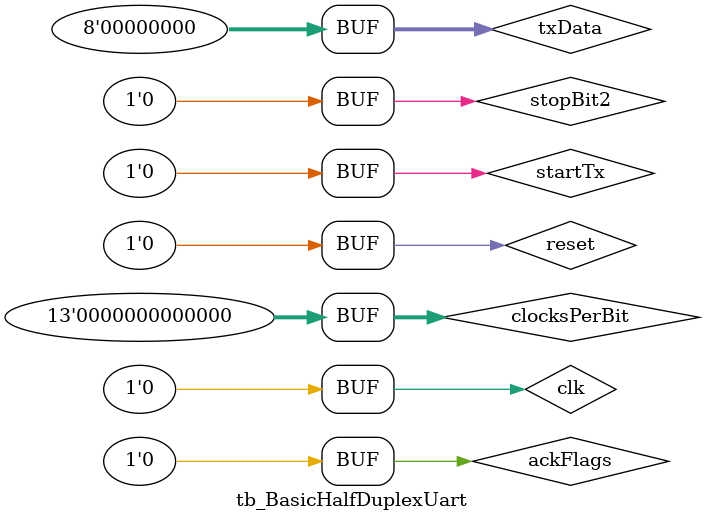
<source format=v>
/*
Author: Sebastien Riou (acapola)
Creation date: 19:45:19 10/31/2010 

$LastChangedDate: 2011-01-29 13:16:17 +0100 (Sat, 29 Jan 2011) $
$LastChangedBy: acapola $
$LastChangedRevision: 11 $
$HeadURL: file:///svn/iso7816_3_master/iso7816_3_master/trunk/test/tb_BasicHalfDuplexUart.v $				 

This file is under the BSD licence:
Copyright (c) 2011, Sebastien Riou

All rights reserved.

Redistribution and use in source and binary forms, with or without modification, are permitted provided that the following conditions are met:

Redistributions of source code must retain the above copyright notice, this list of conditions and the following disclaimer. 
Redistributions in binary form must reproduce the above copyright notice, this list of conditions and the following disclaimer in the documentation and/or other materials provided with the distribution. 
The names of contributors may not be used to endorse or promote products derived from this software without specific prior written permission. 
THIS SOFTWARE IS PROVIDED BY THE COPYRIGHT HOLDERS AND CONTRIBUTORS
"AS IS" AND ANY EXPRESS OR IMPLIED WARRANTIES, INCLUDING, BUT NOT
LIMITED TO, THE IMPLIED WARRANTIES OF MERCHANTABILITY AND FITNESS FOR
A PARTICULAR PURPOSE ARE DISCLAIMED. IN NO EVENT SHALL THE COPYRIGHT OWNER OR
CONTRIBUTORS BE LIABLE FOR ANY DIRECT, INDIRECT, INCIDENTAL, SPECIAL,
EXEMPLARY, OR CONSEQUENTIAL DAMAGES (INCLUDING, BUT NOT LIMITED TO,
PROCUREMENT OF SUBSTITUTE GOODS OR SERVICES; LOSS OF USE, DATA, OR
PROFITS; OR BUSINESS INTERRUPTION) HOWEVER CAUSED AND ON ANY THEORY OF
LIABILITY, WHETHER IN CONTRACT, STRICT LIABILITY, OR TORT (INCLUDING
NEGLIGENCE OR OTHERWISE) ARISING IN ANY WAY OUT OF THE USE OF THIS
SOFTWARE, EVEN IF ADVISED OF THE POSSIBILITY OF SUCH DAMAGE.
*/
`default_nettype none
`timescale 1ns / 1ps

module tb_BasicHalfDuplexUart;

	// Inputs
	reg [7:0] txData;
	reg [12:0] clocksPerBit;
	reg stopBit2;
	reg startTx;
	reg ackFlags;
	reg clk;
	reg nReset;

	// Outputs
	wire [7:0] rxData;
	wire overrunErrorFlag;
	wire dataOutReadyFlag;
	wire frameErrorFlag;
	wire run;
	wire rxStartBit;
	wire txFull;
	wire isTx;

	// Bidirs
	wire serialLine;

	// Instantiate the Unit Under Test (UUT)
	BasicHalfDuplexUart uut (
		.rxData(rxData), 
		.overrunErrorFlag(overrunErrorFlag), 
		.dataOutReadyFlag(dataOutReadyFlag), 
		.frameErrorFlag(frameErrorFlag), 
		.run(run), 
		.rxStartBit(rxStartBit), 
		.txFull(txFull), 
		.isTx(isTx), 
		.serialLine(serialLine), 
		.txData(txData), 
		.clocksPerBit(clocksPerBit), 
		.stopBit2(stopBit2), 
		.startTx(startTx), 
		.ackFlags(ackFlags), 
		.clk(clk), 
		.nReset(nReset)
	);

	initial begin
		// Initialize Inputs
		txData = 0;
		clocksPerBit = 0;
		stopBit2 = 0;
		startTx = 0;
		ackFlags = 0;
		clk = 0;
		reset = 0;

		// Wait 100 ns for global reset to finish
		#100;
        
		// Add stimulus here

	end
      
endmodule
`default_nettype wire


</source>
